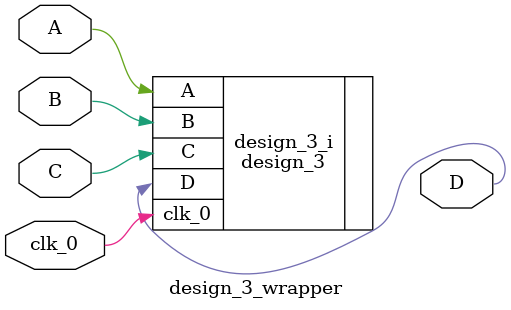
<source format=v>
`timescale 1 ps / 1 ps

module design_3_wrapper
   (A,
    B,
    C,
    D,
    clk_0);
  input [0:0]A;
  input [0:0]B;
  input [0:0]C;
  output [0:0]D;
  input clk_0;

  wire [0:0]A;
  wire [0:0]B;
  wire [0:0]C;
  wire [0:0]D;
  wire clk_0;

  design_3 design_3_i
       (.A(A),
        .B(B),
        .C(C),
        .D(D),
        .clk_0(clk_0));
endmodule

</source>
